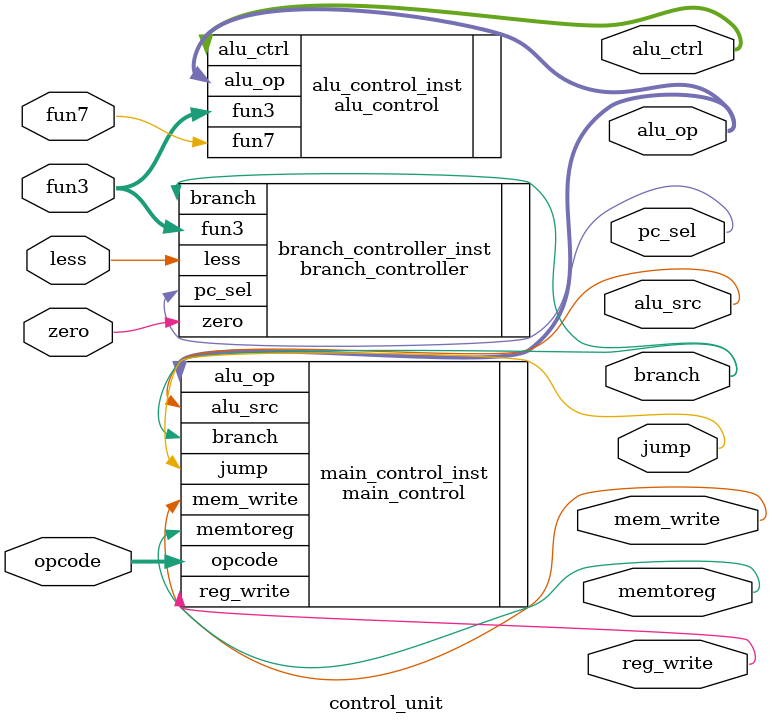
<source format=sv>
`timescale 1ns / 1ps


module control_unit(
    input logic [6:0] opcode,
    input logic fun7, // fun7[5] = instruction[30]
    input logic [2:0] fun3, // instruction[14:12]
    input logic zero,
    input logic less,
    output logic pc_sel,
    output logic branch,
    output logic jump,
    output logic mem_write,
    output logic memtoreg,
    output logic reg_write,
    output logic alu_src,
    output logic [1:0] alu_op,
    output logic [3:0] alu_ctrl
    );
    
    main_control main_control_inst(
        .opcode(opcode),
        .branch(branch),
        .jump(jump),
        .mem_write(mem_write),
        .memtoreg(memtoreg),
        .reg_write(reg_write),
        .alu_src(alu_src),
        .alu_op(alu_op)
    );
    
    alu_control alu_control_inst(
        .alu_op(alu_op),
        .fun3(fun3),
        .fun7(fun7),
        .alu_ctrl
    );
    
    branch_controller branch_controller_inst(
        .branch(branch),
        .fun3(fun3),
        .zero(zero),
        .less(less),
        .pc_sel(pc_sel)
    );
    
endmodule

</source>
